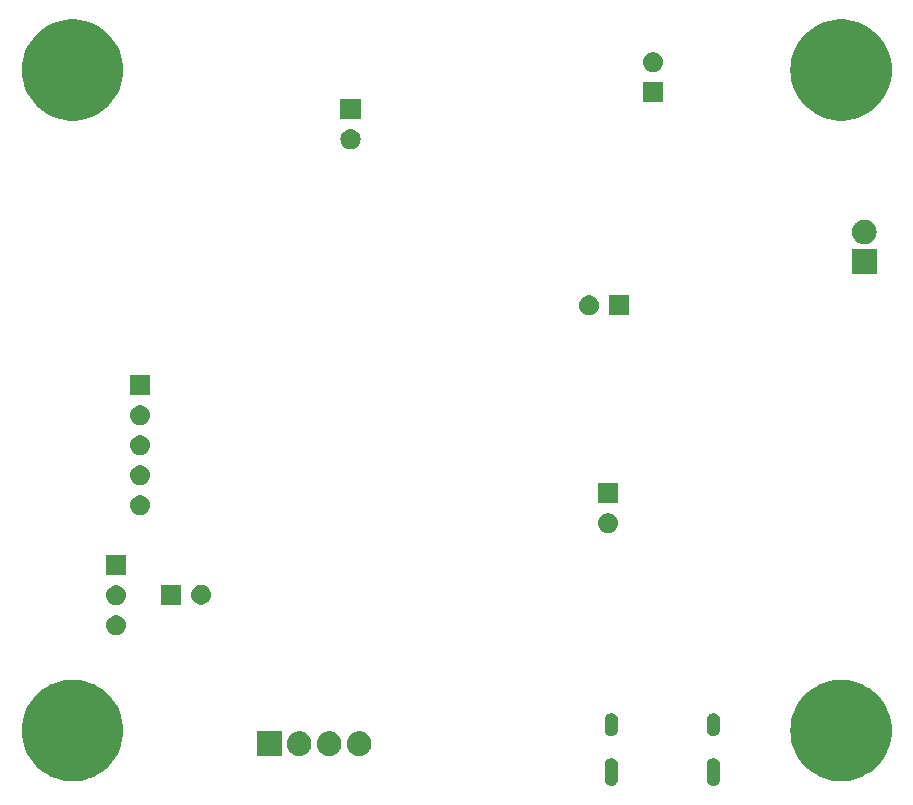
<source format=gbr>
%TF.GenerationSoftware,KiCad,Pcbnew,7.0.7*%
%TF.CreationDate,2024-10-25T12:06:38-05:00*%
%TF.ProjectId,TrackingTurrentBoard,54726163-6b69-46e6-9754-757272656e74,rev?*%
%TF.SameCoordinates,Original*%
%TF.FileFunction,Soldermask,Bot*%
%TF.FilePolarity,Negative*%
%FSLAX46Y46*%
G04 Gerber Fmt 4.6, Leading zero omitted, Abs format (unit mm)*
G04 Created by KiCad (PCBNEW 7.0.7) date 2024-10-25 12:06:38*
%MOMM*%
%LPD*%
G01*
G04 APERTURE LIST*
G04 APERTURE END LIST*
G36*
X162324601Y-119451380D02*
G01*
X162341156Y-119450339D01*
X162395647Y-119460734D01*
X162454132Y-119468434D01*
X162469603Y-119474842D01*
X162482931Y-119477385D01*
X162535779Y-119502253D01*
X162593100Y-119525996D01*
X162603983Y-119534347D01*
X162613525Y-119538837D01*
X162660758Y-119577912D01*
X162712435Y-119617565D01*
X162718944Y-119626047D01*
X162724738Y-119630841D01*
X162762431Y-119682722D01*
X162804004Y-119736900D01*
X162806934Y-119743974D01*
X162809572Y-119747605D01*
X162834126Y-119809621D01*
X162861566Y-119875868D01*
X162862169Y-119880451D01*
X162862707Y-119881809D01*
X162871227Y-119949253D01*
X162881200Y-120025000D01*
X162881200Y-121225000D01*
X162881007Y-121226465D01*
X162876657Y-121295603D01*
X162866903Y-121333589D01*
X162861566Y-121374132D01*
X162848223Y-121406344D01*
X162840362Y-121436962D01*
X162820808Y-121472528D01*
X162804004Y-121513100D01*
X162784610Y-121538374D01*
X162770827Y-121563446D01*
X162740999Y-121595208D01*
X162712435Y-121632435D01*
X162689555Y-121649990D01*
X162672027Y-121668657D01*
X162632723Y-121693599D01*
X162593100Y-121724004D01*
X162569242Y-121733885D01*
X162550162Y-121745995D01*
X162503063Y-121761298D01*
X162454132Y-121781566D01*
X162431524Y-121784542D01*
X162412893Y-121790596D01*
X162360506Y-121793892D01*
X162305000Y-121801200D01*
X162285392Y-121798618D01*
X162268843Y-121799660D01*
X162214365Y-121789267D01*
X162155868Y-121781566D01*
X162140392Y-121775155D01*
X162127068Y-121772614D01*
X162074230Y-121747750D01*
X162016900Y-121724004D01*
X162006014Y-121715651D01*
X161996474Y-121711162D01*
X161949244Y-121672089D01*
X161897565Y-121632435D01*
X161891055Y-121623951D01*
X161885261Y-121619158D01*
X161847563Y-121567271D01*
X161805996Y-121513100D01*
X161803065Y-121506026D01*
X161800427Y-121502394D01*
X161775860Y-121440345D01*
X161748434Y-121374132D01*
X161747830Y-121369551D01*
X161747292Y-121368190D01*
X161738765Y-121300690D01*
X161728800Y-121225000D01*
X161728800Y-120025000D01*
X161728992Y-120023536D01*
X161733342Y-119954396D01*
X161743097Y-119916400D01*
X161748434Y-119875868D01*
X161761773Y-119843663D01*
X161769637Y-119813037D01*
X161789195Y-119777459D01*
X161805996Y-119736900D01*
X161825384Y-119711632D01*
X161839172Y-119686553D01*
X161869008Y-119654780D01*
X161897565Y-119617565D01*
X161920437Y-119600014D01*
X161937972Y-119581342D01*
X161977288Y-119556390D01*
X162016900Y-119525996D01*
X162040749Y-119516117D01*
X162059837Y-119504004D01*
X162106951Y-119488695D01*
X162155868Y-119468434D01*
X162178469Y-119465458D01*
X162197106Y-119459403D01*
X162249509Y-119456105D01*
X162305000Y-119448800D01*
X162324601Y-119451380D01*
G37*
G36*
X170964601Y-119451380D02*
G01*
X170981156Y-119450339D01*
X171035647Y-119460734D01*
X171094132Y-119468434D01*
X171109603Y-119474842D01*
X171122931Y-119477385D01*
X171175779Y-119502253D01*
X171233100Y-119525996D01*
X171243983Y-119534347D01*
X171253525Y-119538837D01*
X171300758Y-119577912D01*
X171352435Y-119617565D01*
X171358944Y-119626047D01*
X171364738Y-119630841D01*
X171402431Y-119682722D01*
X171444004Y-119736900D01*
X171446934Y-119743974D01*
X171449572Y-119747605D01*
X171474126Y-119809621D01*
X171501566Y-119875868D01*
X171502169Y-119880451D01*
X171502707Y-119881809D01*
X171511227Y-119949253D01*
X171521200Y-120025000D01*
X171521200Y-121225000D01*
X171521007Y-121226465D01*
X171516657Y-121295603D01*
X171506903Y-121333589D01*
X171501566Y-121374132D01*
X171488223Y-121406344D01*
X171480362Y-121436962D01*
X171460808Y-121472528D01*
X171444004Y-121513100D01*
X171424610Y-121538374D01*
X171410827Y-121563446D01*
X171380999Y-121595208D01*
X171352435Y-121632435D01*
X171329555Y-121649990D01*
X171312027Y-121668657D01*
X171272723Y-121693599D01*
X171233100Y-121724004D01*
X171209242Y-121733885D01*
X171190162Y-121745995D01*
X171143063Y-121761298D01*
X171094132Y-121781566D01*
X171071524Y-121784542D01*
X171052893Y-121790596D01*
X171000506Y-121793892D01*
X170945000Y-121801200D01*
X170925392Y-121798618D01*
X170908843Y-121799660D01*
X170854365Y-121789267D01*
X170795868Y-121781566D01*
X170780392Y-121775155D01*
X170767068Y-121772614D01*
X170714230Y-121747750D01*
X170656900Y-121724004D01*
X170646014Y-121715651D01*
X170636474Y-121711162D01*
X170589244Y-121672089D01*
X170537565Y-121632435D01*
X170531055Y-121623951D01*
X170525261Y-121619158D01*
X170487563Y-121567271D01*
X170445996Y-121513100D01*
X170443065Y-121506026D01*
X170440427Y-121502394D01*
X170415860Y-121440345D01*
X170388434Y-121374132D01*
X170387830Y-121369551D01*
X170387292Y-121368190D01*
X170378765Y-121300690D01*
X170368800Y-121225000D01*
X170368800Y-120025000D01*
X170368992Y-120023536D01*
X170373342Y-119954396D01*
X170383097Y-119916400D01*
X170388434Y-119875868D01*
X170401773Y-119843663D01*
X170409637Y-119813037D01*
X170429195Y-119777459D01*
X170445996Y-119736900D01*
X170465384Y-119711632D01*
X170479172Y-119686553D01*
X170509008Y-119654780D01*
X170537565Y-119617565D01*
X170560437Y-119600014D01*
X170577972Y-119581342D01*
X170617288Y-119556390D01*
X170656900Y-119525996D01*
X170680749Y-119516117D01*
X170699837Y-119504004D01*
X170746951Y-119488695D01*
X170795868Y-119468434D01*
X170818469Y-119465458D01*
X170837106Y-119459403D01*
X170889509Y-119456105D01*
X170945000Y-119448800D01*
X170964601Y-119451380D01*
G37*
G36*
X117302094Y-112860628D02*
G01*
X117703903Y-112938070D01*
X118096532Y-113053356D01*
X118476425Y-113205442D01*
X118840140Y-113392951D01*
X119184385Y-113614183D01*
X119506041Y-113867137D01*
X119802196Y-114149520D01*
X120070168Y-114458776D01*
X120307530Y-114792104D01*
X120512132Y-115146486D01*
X120682122Y-115518711D01*
X120815960Y-115905410D01*
X120912433Y-116303080D01*
X120970669Y-116708119D01*
X120990140Y-117116860D01*
X120970669Y-117525601D01*
X120912433Y-117930640D01*
X120815960Y-118328310D01*
X120682122Y-118715009D01*
X120512132Y-119087234D01*
X120307530Y-119441616D01*
X120070168Y-119774944D01*
X119802196Y-120084200D01*
X119506041Y-120366583D01*
X119184385Y-120619537D01*
X118840140Y-120840769D01*
X118476425Y-121028278D01*
X118096532Y-121180364D01*
X117703903Y-121295650D01*
X117302094Y-121373092D01*
X116894742Y-121411990D01*
X116485538Y-121411990D01*
X116078186Y-121373092D01*
X115676377Y-121295650D01*
X115283748Y-121180364D01*
X114903855Y-121028278D01*
X114540140Y-120840769D01*
X114195895Y-120619537D01*
X113874239Y-120366583D01*
X113578084Y-120084200D01*
X113310112Y-119774944D01*
X113072750Y-119441616D01*
X112868148Y-119087234D01*
X112698158Y-118715009D01*
X112564320Y-118328310D01*
X112467847Y-117930640D01*
X112409611Y-117525601D01*
X112390140Y-117116860D01*
X112409611Y-116708119D01*
X112467847Y-116303080D01*
X112564320Y-115905410D01*
X112698158Y-115518711D01*
X112868148Y-115146486D01*
X113072750Y-114792104D01*
X113310112Y-114458776D01*
X113578084Y-114149520D01*
X113874239Y-113867137D01*
X114195895Y-113614183D01*
X114540140Y-113392951D01*
X114903855Y-113205442D01*
X115283748Y-113053356D01*
X115676377Y-112938070D01*
X116078186Y-112860628D01*
X116485538Y-112821730D01*
X116894742Y-112821730D01*
X117302094Y-112860628D01*
G37*
G36*
X182371814Y-112860628D02*
G01*
X182773623Y-112938070D01*
X183166252Y-113053356D01*
X183546145Y-113205442D01*
X183909860Y-113392951D01*
X184254105Y-113614183D01*
X184575761Y-113867137D01*
X184871916Y-114149520D01*
X185139888Y-114458776D01*
X185377250Y-114792104D01*
X185581852Y-115146486D01*
X185751842Y-115518711D01*
X185885680Y-115905410D01*
X185982153Y-116303080D01*
X186040389Y-116708119D01*
X186059860Y-117116860D01*
X186040389Y-117525601D01*
X185982153Y-117930640D01*
X185885680Y-118328310D01*
X185751842Y-118715009D01*
X185581852Y-119087234D01*
X185377250Y-119441616D01*
X185139888Y-119774944D01*
X184871916Y-120084200D01*
X184575761Y-120366583D01*
X184254105Y-120619537D01*
X183909860Y-120840769D01*
X183546145Y-121028278D01*
X183166252Y-121180364D01*
X182773623Y-121295650D01*
X182371814Y-121373092D01*
X181964462Y-121411990D01*
X181555258Y-121411990D01*
X181147906Y-121373092D01*
X180746097Y-121295650D01*
X180353468Y-121180364D01*
X179973575Y-121028278D01*
X179609860Y-120840769D01*
X179265615Y-120619537D01*
X178943959Y-120366583D01*
X178647804Y-120084200D01*
X178379832Y-119774944D01*
X178142470Y-119441616D01*
X177937868Y-119087234D01*
X177767878Y-118715009D01*
X177634040Y-118328310D01*
X177537567Y-117930640D01*
X177479331Y-117525601D01*
X177459860Y-117116860D01*
X177479331Y-116708119D01*
X177537567Y-116303080D01*
X177634040Y-115905410D01*
X177767878Y-115518711D01*
X177937868Y-115146486D01*
X178142470Y-114792104D01*
X178379832Y-114458776D01*
X178647804Y-114149520D01*
X178943959Y-113867137D01*
X179265615Y-113614183D01*
X179609860Y-113392951D01*
X179973575Y-113205442D01*
X180353468Y-113053356D01*
X180746097Y-112938070D01*
X181147906Y-112860628D01*
X181555258Y-112821730D01*
X181964462Y-112821730D01*
X182371814Y-112860628D01*
G37*
G36*
X134385000Y-119275000D02*
G01*
X132285000Y-119275000D01*
X132285000Y-117175000D01*
X134385000Y-117175000D01*
X134385000Y-119275000D01*
G37*
G36*
X135922680Y-117179696D02*
G01*
X135971862Y-117179696D01*
X136026632Y-117189934D01*
X136079845Y-117195175D01*
X136120268Y-117207437D01*
X136162283Y-117215291D01*
X136220474Y-117237834D01*
X136276818Y-117254926D01*
X136309009Y-117272132D01*
X136342931Y-117285274D01*
X136401876Y-117321771D01*
X136458349Y-117351957D01*
X136482075Y-117371428D01*
X136507634Y-117387254D01*
X136564263Y-117438879D01*
X136617462Y-117482538D01*
X136633228Y-117501748D01*
X136650800Y-117517768D01*
X136701810Y-117585317D01*
X136748043Y-117641651D01*
X136756983Y-117658377D01*
X136767542Y-117672359D01*
X136809541Y-117756706D01*
X136845074Y-117823182D01*
X136848864Y-117835676D01*
X136853891Y-117845772D01*
X136883590Y-117950154D01*
X136904825Y-118020155D01*
X136905522Y-118027236D01*
X136906908Y-118032106D01*
X136921316Y-118187599D01*
X136925000Y-118225000D01*
X136921313Y-118262429D01*
X136906908Y-118417893D01*
X136905522Y-118422762D01*
X136904825Y-118429845D01*
X136883585Y-118499861D01*
X136853891Y-118604227D01*
X136848865Y-118614320D01*
X136845074Y-118626818D01*
X136809534Y-118693307D01*
X136767542Y-118777640D01*
X136756985Y-118791619D01*
X136748043Y-118808349D01*
X136701801Y-118864694D01*
X136650800Y-118932231D01*
X136633231Y-118948247D01*
X136617462Y-118967462D01*
X136564252Y-119011129D01*
X136507634Y-119062745D01*
X136482080Y-119078567D01*
X136458349Y-119098043D01*
X136401865Y-119128234D01*
X136342931Y-119164725D01*
X136309016Y-119177863D01*
X136276818Y-119195074D01*
X136220463Y-119212169D01*
X136162283Y-119234708D01*
X136120275Y-119242560D01*
X136079845Y-119254825D01*
X136026629Y-119260066D01*
X135971862Y-119270304D01*
X135922680Y-119270304D01*
X135875000Y-119275000D01*
X135827320Y-119270304D01*
X135778138Y-119270304D01*
X135723369Y-119260066D01*
X135670155Y-119254825D01*
X135629726Y-119242561D01*
X135587716Y-119234708D01*
X135529532Y-119212167D01*
X135473182Y-119195074D01*
X135440986Y-119177864D01*
X135407068Y-119164725D01*
X135348127Y-119128230D01*
X135291651Y-119098043D01*
X135267922Y-119078569D01*
X135242365Y-119062745D01*
X135185737Y-119011121D01*
X135132538Y-118967462D01*
X135116771Y-118948250D01*
X135099199Y-118932231D01*
X135048186Y-118864679D01*
X135001957Y-118808349D01*
X134993017Y-118791623D01*
X134982457Y-118777640D01*
X134940450Y-118693279D01*
X134904926Y-118626818D01*
X134901136Y-118614325D01*
X134896108Y-118604227D01*
X134866397Y-118499807D01*
X134845175Y-118429845D01*
X134844477Y-118422767D01*
X134843091Y-118417893D01*
X134828669Y-118262257D01*
X134825000Y-118225000D01*
X134828666Y-118187771D01*
X134843091Y-118032106D01*
X134844478Y-118027230D01*
X134845175Y-118020155D01*
X134866393Y-117950207D01*
X134896108Y-117845772D01*
X134901137Y-117835671D01*
X134904926Y-117823182D01*
X134940443Y-117756733D01*
X134982457Y-117672359D01*
X134993019Y-117658372D01*
X135001957Y-117641651D01*
X135048176Y-117585332D01*
X135099199Y-117517768D01*
X135116774Y-117501745D01*
X135132538Y-117482538D01*
X135185726Y-117438887D01*
X135242365Y-117387254D01*
X135267927Y-117371426D01*
X135291651Y-117351957D01*
X135348115Y-117321775D01*
X135407068Y-117285274D01*
X135440993Y-117272131D01*
X135473182Y-117254926D01*
X135529520Y-117237835D01*
X135587716Y-117215291D01*
X135629732Y-117207436D01*
X135670155Y-117195175D01*
X135723366Y-117189934D01*
X135778138Y-117179696D01*
X135827320Y-117179696D01*
X135875000Y-117175000D01*
X135922680Y-117179696D01*
G37*
G36*
X138462680Y-117179696D02*
G01*
X138511862Y-117179696D01*
X138566632Y-117189934D01*
X138619845Y-117195175D01*
X138660268Y-117207437D01*
X138702283Y-117215291D01*
X138760474Y-117237834D01*
X138816818Y-117254926D01*
X138849009Y-117272132D01*
X138882931Y-117285274D01*
X138941876Y-117321771D01*
X138998349Y-117351957D01*
X139022075Y-117371428D01*
X139047634Y-117387254D01*
X139104263Y-117438879D01*
X139157462Y-117482538D01*
X139173228Y-117501748D01*
X139190800Y-117517768D01*
X139241810Y-117585317D01*
X139288043Y-117641651D01*
X139296983Y-117658377D01*
X139307542Y-117672359D01*
X139349541Y-117756706D01*
X139385074Y-117823182D01*
X139388864Y-117835676D01*
X139393891Y-117845772D01*
X139423590Y-117950154D01*
X139444825Y-118020155D01*
X139445522Y-118027236D01*
X139446908Y-118032106D01*
X139461315Y-118187586D01*
X139465000Y-118225000D01*
X139461314Y-118262416D01*
X139446908Y-118417893D01*
X139445522Y-118422762D01*
X139444825Y-118429845D01*
X139423585Y-118499861D01*
X139393891Y-118604227D01*
X139388865Y-118614320D01*
X139385074Y-118626818D01*
X139349534Y-118693307D01*
X139307542Y-118777640D01*
X139296985Y-118791619D01*
X139288043Y-118808349D01*
X139241801Y-118864694D01*
X139190800Y-118932231D01*
X139173231Y-118948247D01*
X139157462Y-118967462D01*
X139104252Y-119011129D01*
X139047634Y-119062745D01*
X139022080Y-119078567D01*
X138998349Y-119098043D01*
X138941865Y-119128234D01*
X138882931Y-119164725D01*
X138849016Y-119177863D01*
X138816818Y-119195074D01*
X138760463Y-119212169D01*
X138702283Y-119234708D01*
X138660275Y-119242560D01*
X138619845Y-119254825D01*
X138566629Y-119260066D01*
X138511862Y-119270304D01*
X138462680Y-119270304D01*
X138415000Y-119275000D01*
X138367320Y-119270304D01*
X138318138Y-119270304D01*
X138263369Y-119260066D01*
X138210155Y-119254825D01*
X138169726Y-119242561D01*
X138127716Y-119234708D01*
X138069532Y-119212167D01*
X138013182Y-119195074D01*
X137980986Y-119177864D01*
X137947068Y-119164725D01*
X137888127Y-119128230D01*
X137831651Y-119098043D01*
X137807922Y-119078569D01*
X137782365Y-119062745D01*
X137725737Y-119011121D01*
X137672538Y-118967462D01*
X137656771Y-118948250D01*
X137639199Y-118932231D01*
X137588186Y-118864679D01*
X137541957Y-118808349D01*
X137533017Y-118791623D01*
X137522457Y-118777640D01*
X137480450Y-118693279D01*
X137444926Y-118626818D01*
X137441136Y-118614325D01*
X137436108Y-118604227D01*
X137406397Y-118499807D01*
X137385175Y-118429845D01*
X137384477Y-118422767D01*
X137383091Y-118417893D01*
X137368669Y-118262257D01*
X137365000Y-118225000D01*
X137368666Y-118187771D01*
X137383091Y-118032106D01*
X137384478Y-118027230D01*
X137385175Y-118020155D01*
X137406393Y-117950207D01*
X137436108Y-117845772D01*
X137441137Y-117835671D01*
X137444926Y-117823182D01*
X137480443Y-117756733D01*
X137522457Y-117672359D01*
X137533019Y-117658372D01*
X137541957Y-117641651D01*
X137588176Y-117585332D01*
X137639199Y-117517768D01*
X137656774Y-117501745D01*
X137672538Y-117482538D01*
X137725726Y-117438887D01*
X137782365Y-117387254D01*
X137807927Y-117371426D01*
X137831651Y-117351957D01*
X137888115Y-117321775D01*
X137947068Y-117285274D01*
X137980993Y-117272131D01*
X138013182Y-117254926D01*
X138069520Y-117237835D01*
X138127716Y-117215291D01*
X138169732Y-117207436D01*
X138210155Y-117195175D01*
X138263366Y-117189934D01*
X138318138Y-117179696D01*
X138367320Y-117179696D01*
X138415000Y-117175000D01*
X138462680Y-117179696D01*
G37*
G36*
X141002680Y-117179696D02*
G01*
X141051862Y-117179696D01*
X141106632Y-117189934D01*
X141159845Y-117195175D01*
X141200268Y-117207437D01*
X141242283Y-117215291D01*
X141300474Y-117237834D01*
X141356818Y-117254926D01*
X141389009Y-117272132D01*
X141422931Y-117285274D01*
X141481876Y-117321771D01*
X141538349Y-117351957D01*
X141562075Y-117371428D01*
X141587634Y-117387254D01*
X141644263Y-117438879D01*
X141697462Y-117482538D01*
X141713228Y-117501748D01*
X141730800Y-117517768D01*
X141781810Y-117585317D01*
X141828043Y-117641651D01*
X141836983Y-117658377D01*
X141847542Y-117672359D01*
X141889541Y-117756706D01*
X141925074Y-117823182D01*
X141928864Y-117835676D01*
X141933891Y-117845772D01*
X141963590Y-117950154D01*
X141984825Y-118020155D01*
X141985522Y-118027236D01*
X141986908Y-118032106D01*
X142001316Y-118187599D01*
X142005000Y-118225000D01*
X142001313Y-118262429D01*
X141986908Y-118417893D01*
X141985522Y-118422762D01*
X141984825Y-118429845D01*
X141963585Y-118499861D01*
X141933891Y-118604227D01*
X141928865Y-118614320D01*
X141925074Y-118626818D01*
X141889534Y-118693307D01*
X141847542Y-118777640D01*
X141836985Y-118791619D01*
X141828043Y-118808349D01*
X141781801Y-118864694D01*
X141730800Y-118932231D01*
X141713231Y-118948247D01*
X141697462Y-118967462D01*
X141644252Y-119011129D01*
X141587634Y-119062745D01*
X141562080Y-119078567D01*
X141538349Y-119098043D01*
X141481865Y-119128234D01*
X141422931Y-119164725D01*
X141389016Y-119177863D01*
X141356818Y-119195074D01*
X141300463Y-119212169D01*
X141242283Y-119234708D01*
X141200275Y-119242560D01*
X141159845Y-119254825D01*
X141106629Y-119260066D01*
X141051862Y-119270304D01*
X141002680Y-119270304D01*
X140955000Y-119275000D01*
X140907320Y-119270304D01*
X140858138Y-119270304D01*
X140803369Y-119260066D01*
X140750155Y-119254825D01*
X140709726Y-119242561D01*
X140667716Y-119234708D01*
X140609532Y-119212167D01*
X140553182Y-119195074D01*
X140520986Y-119177864D01*
X140487068Y-119164725D01*
X140428127Y-119128230D01*
X140371651Y-119098043D01*
X140347922Y-119078569D01*
X140322365Y-119062745D01*
X140265737Y-119011121D01*
X140212538Y-118967462D01*
X140196771Y-118948250D01*
X140179199Y-118932231D01*
X140128186Y-118864679D01*
X140081957Y-118808349D01*
X140073017Y-118791623D01*
X140062457Y-118777640D01*
X140020450Y-118693279D01*
X139984926Y-118626818D01*
X139981136Y-118614325D01*
X139976108Y-118604227D01*
X139946397Y-118499807D01*
X139925175Y-118429845D01*
X139924477Y-118422767D01*
X139923091Y-118417893D01*
X139908668Y-118262244D01*
X139905000Y-118225000D01*
X139908667Y-118187758D01*
X139923091Y-118032106D01*
X139924478Y-118027230D01*
X139925175Y-118020155D01*
X139946393Y-117950207D01*
X139976108Y-117845772D01*
X139981137Y-117835671D01*
X139984926Y-117823182D01*
X140020443Y-117756733D01*
X140062457Y-117672359D01*
X140073019Y-117658372D01*
X140081957Y-117641651D01*
X140128176Y-117585332D01*
X140179199Y-117517768D01*
X140196774Y-117501745D01*
X140212538Y-117482538D01*
X140265726Y-117438887D01*
X140322365Y-117387254D01*
X140347927Y-117371426D01*
X140371651Y-117351957D01*
X140428115Y-117321775D01*
X140487068Y-117285274D01*
X140520993Y-117272131D01*
X140553182Y-117254926D01*
X140609520Y-117237835D01*
X140667716Y-117215291D01*
X140709732Y-117207436D01*
X140750155Y-117195175D01*
X140803366Y-117189934D01*
X140858138Y-117179696D01*
X140907320Y-117179696D01*
X140955000Y-117175000D01*
X141002680Y-117179696D01*
G37*
G36*
X162324601Y-115651380D02*
G01*
X162341156Y-115650339D01*
X162395647Y-115660734D01*
X162454132Y-115668434D01*
X162469603Y-115674842D01*
X162482931Y-115677385D01*
X162535779Y-115702253D01*
X162593100Y-115725996D01*
X162603983Y-115734347D01*
X162613525Y-115738837D01*
X162660758Y-115777912D01*
X162712435Y-115817565D01*
X162718944Y-115826047D01*
X162724738Y-115830841D01*
X162762431Y-115882722D01*
X162804004Y-115936900D01*
X162806934Y-115943974D01*
X162809572Y-115947605D01*
X162834126Y-116009621D01*
X162861566Y-116075868D01*
X162862169Y-116080451D01*
X162862707Y-116081809D01*
X162871227Y-116149253D01*
X162881200Y-116225000D01*
X162881200Y-117025000D01*
X162881007Y-117026465D01*
X162876657Y-117095603D01*
X162866903Y-117133589D01*
X162861566Y-117174132D01*
X162848223Y-117206344D01*
X162840362Y-117236962D01*
X162820808Y-117272528D01*
X162804004Y-117313100D01*
X162784610Y-117338374D01*
X162770827Y-117363446D01*
X162740999Y-117395208D01*
X162712435Y-117432435D01*
X162689555Y-117449990D01*
X162672027Y-117468657D01*
X162632723Y-117493599D01*
X162593100Y-117524004D01*
X162569242Y-117533885D01*
X162550162Y-117545995D01*
X162503063Y-117561298D01*
X162454132Y-117581566D01*
X162431524Y-117584542D01*
X162412893Y-117590596D01*
X162360506Y-117593892D01*
X162305000Y-117601200D01*
X162285392Y-117598618D01*
X162268843Y-117599660D01*
X162214365Y-117589267D01*
X162155868Y-117581566D01*
X162140392Y-117575155D01*
X162127068Y-117572614D01*
X162074230Y-117547750D01*
X162016900Y-117524004D01*
X162006014Y-117515651D01*
X161996474Y-117511162D01*
X161949244Y-117472089D01*
X161897565Y-117432435D01*
X161891055Y-117423951D01*
X161885261Y-117419158D01*
X161847563Y-117367271D01*
X161805996Y-117313100D01*
X161803065Y-117306026D01*
X161800427Y-117302394D01*
X161775860Y-117240345D01*
X161748434Y-117174132D01*
X161747830Y-117169551D01*
X161747292Y-117168190D01*
X161738765Y-117100690D01*
X161728800Y-117025000D01*
X161728800Y-116225000D01*
X161728992Y-116223536D01*
X161733342Y-116154396D01*
X161743097Y-116116400D01*
X161748434Y-116075868D01*
X161761773Y-116043663D01*
X161769637Y-116013037D01*
X161789195Y-115977459D01*
X161805996Y-115936900D01*
X161825384Y-115911632D01*
X161839172Y-115886553D01*
X161869008Y-115854780D01*
X161897565Y-115817565D01*
X161920437Y-115800014D01*
X161937972Y-115781342D01*
X161977288Y-115756390D01*
X162016900Y-115725996D01*
X162040749Y-115716117D01*
X162059837Y-115704004D01*
X162106951Y-115688695D01*
X162155868Y-115668434D01*
X162178469Y-115665458D01*
X162197106Y-115659403D01*
X162249509Y-115656105D01*
X162305000Y-115648800D01*
X162324601Y-115651380D01*
G37*
G36*
X170964601Y-115651380D02*
G01*
X170981156Y-115650339D01*
X171035647Y-115660734D01*
X171094132Y-115668434D01*
X171109603Y-115674842D01*
X171122931Y-115677385D01*
X171175779Y-115702253D01*
X171233100Y-115725996D01*
X171243983Y-115734347D01*
X171253525Y-115738837D01*
X171300758Y-115777912D01*
X171352435Y-115817565D01*
X171358944Y-115826047D01*
X171364738Y-115830841D01*
X171402431Y-115882722D01*
X171444004Y-115936900D01*
X171446934Y-115943974D01*
X171449572Y-115947605D01*
X171474126Y-116009621D01*
X171501566Y-116075868D01*
X171502169Y-116080451D01*
X171502707Y-116081809D01*
X171511227Y-116149253D01*
X171521200Y-116225000D01*
X171521200Y-117025000D01*
X171521007Y-117026465D01*
X171516657Y-117095603D01*
X171506903Y-117133589D01*
X171501566Y-117174132D01*
X171488223Y-117206344D01*
X171480362Y-117236962D01*
X171460808Y-117272528D01*
X171444004Y-117313100D01*
X171424610Y-117338374D01*
X171410827Y-117363446D01*
X171380999Y-117395208D01*
X171352435Y-117432435D01*
X171329555Y-117449990D01*
X171312027Y-117468657D01*
X171272723Y-117493599D01*
X171233100Y-117524004D01*
X171209242Y-117533885D01*
X171190162Y-117545995D01*
X171143063Y-117561298D01*
X171094132Y-117581566D01*
X171071524Y-117584542D01*
X171052893Y-117590596D01*
X171000506Y-117593892D01*
X170945000Y-117601200D01*
X170925392Y-117598618D01*
X170908843Y-117599660D01*
X170854365Y-117589267D01*
X170795868Y-117581566D01*
X170780392Y-117575155D01*
X170767068Y-117572614D01*
X170714230Y-117547750D01*
X170656900Y-117524004D01*
X170646014Y-117515651D01*
X170636474Y-117511162D01*
X170589244Y-117472089D01*
X170537565Y-117432435D01*
X170531055Y-117423951D01*
X170525261Y-117419158D01*
X170487563Y-117367271D01*
X170445996Y-117313100D01*
X170443065Y-117306026D01*
X170440427Y-117302394D01*
X170415860Y-117240345D01*
X170388434Y-117174132D01*
X170387830Y-117169551D01*
X170387292Y-117168190D01*
X170378765Y-117100690D01*
X170368800Y-117025000D01*
X170368800Y-116225000D01*
X170368992Y-116223536D01*
X170373342Y-116154396D01*
X170383097Y-116116400D01*
X170388434Y-116075868D01*
X170401773Y-116043663D01*
X170409637Y-116013037D01*
X170429195Y-115977459D01*
X170445996Y-115936900D01*
X170465384Y-115911632D01*
X170479172Y-115886553D01*
X170509008Y-115854780D01*
X170537565Y-115817565D01*
X170560437Y-115800014D01*
X170577972Y-115781342D01*
X170617288Y-115756390D01*
X170656900Y-115725996D01*
X170680749Y-115716117D01*
X170699837Y-115704004D01*
X170746951Y-115688695D01*
X170795868Y-115668434D01*
X170818469Y-115665458D01*
X170837106Y-115659403D01*
X170889509Y-115656105D01*
X170945000Y-115648800D01*
X170964601Y-115651380D01*
G37*
G36*
X120658664Y-107395602D02*
G01*
X120821000Y-107467878D01*
X120964761Y-107572327D01*
X121083664Y-107704383D01*
X121172514Y-107858274D01*
X121227425Y-108027275D01*
X121246000Y-108204000D01*
X121227425Y-108380725D01*
X121172514Y-108549726D01*
X121083664Y-108703617D01*
X120964761Y-108835673D01*
X120821000Y-108940122D01*
X120658664Y-109012398D01*
X120484849Y-109049344D01*
X120307151Y-109049344D01*
X120133336Y-109012398D01*
X119971000Y-108940122D01*
X119827239Y-108835673D01*
X119708336Y-108703617D01*
X119619486Y-108549726D01*
X119564575Y-108380725D01*
X119546000Y-108204000D01*
X119564575Y-108027275D01*
X119619486Y-107858274D01*
X119708336Y-107704383D01*
X119827239Y-107572327D01*
X119971000Y-107467878D01*
X120133336Y-107395602D01*
X120307151Y-107358656D01*
X120484849Y-107358656D01*
X120658664Y-107395602D01*
G37*
G36*
X120658664Y-104855602D02*
G01*
X120821000Y-104927878D01*
X120964761Y-105032327D01*
X121083664Y-105164383D01*
X121172514Y-105318274D01*
X121227425Y-105487275D01*
X121246000Y-105664000D01*
X121227425Y-105840725D01*
X121172514Y-106009726D01*
X121083664Y-106163617D01*
X120964761Y-106295673D01*
X120821000Y-106400122D01*
X120658664Y-106472398D01*
X120484849Y-106509344D01*
X120307151Y-106509344D01*
X120133336Y-106472398D01*
X119971000Y-106400122D01*
X119827239Y-106295673D01*
X119708336Y-106163617D01*
X119619486Y-106009726D01*
X119564575Y-105840725D01*
X119546000Y-105664000D01*
X119564575Y-105487275D01*
X119619486Y-105318274D01*
X119708336Y-105164383D01*
X119827239Y-105032327D01*
X119971000Y-104927878D01*
X120133336Y-104855602D01*
X120307151Y-104818656D01*
X120484849Y-104818656D01*
X120658664Y-104855602D01*
G37*
G36*
X125900000Y-106475000D02*
G01*
X124200000Y-106475000D01*
X124200000Y-104775000D01*
X125900000Y-104775000D01*
X125900000Y-106475000D01*
G37*
G36*
X127852664Y-104816602D02*
G01*
X128015000Y-104888878D01*
X128158761Y-104993327D01*
X128277664Y-105125383D01*
X128366514Y-105279274D01*
X128421425Y-105448275D01*
X128440000Y-105625000D01*
X128421425Y-105801725D01*
X128366514Y-105970726D01*
X128277664Y-106124617D01*
X128158761Y-106256673D01*
X128015000Y-106361122D01*
X127852664Y-106433398D01*
X127678849Y-106470344D01*
X127501151Y-106470344D01*
X127327336Y-106433398D01*
X127165000Y-106361122D01*
X127021239Y-106256673D01*
X126902336Y-106124617D01*
X126813486Y-105970726D01*
X126758575Y-105801725D01*
X126740000Y-105625000D01*
X126758575Y-105448275D01*
X126813486Y-105279274D01*
X126902336Y-105125383D01*
X127021239Y-104993327D01*
X127165000Y-104888878D01*
X127327336Y-104816602D01*
X127501151Y-104779656D01*
X127678849Y-104779656D01*
X127852664Y-104816602D01*
G37*
G36*
X121246000Y-103974000D02*
G01*
X119546000Y-103974000D01*
X119546000Y-102274000D01*
X121246000Y-102274000D01*
X121246000Y-103974000D01*
G37*
G36*
X162314464Y-98744802D02*
G01*
X162476800Y-98817078D01*
X162620561Y-98921527D01*
X162739464Y-99053583D01*
X162828314Y-99207474D01*
X162883225Y-99376475D01*
X162901800Y-99553200D01*
X162883225Y-99729925D01*
X162828314Y-99898926D01*
X162739464Y-100052817D01*
X162620561Y-100184873D01*
X162476800Y-100289322D01*
X162314464Y-100361598D01*
X162140649Y-100398544D01*
X161962951Y-100398544D01*
X161789136Y-100361598D01*
X161626800Y-100289322D01*
X161483039Y-100184873D01*
X161364136Y-100052817D01*
X161275286Y-99898926D01*
X161220375Y-99729925D01*
X161201800Y-99553200D01*
X161220375Y-99376475D01*
X161275286Y-99207474D01*
X161364136Y-99053583D01*
X161483039Y-98921527D01*
X161626800Y-98817078D01*
X161789136Y-98744802D01*
X161962951Y-98707856D01*
X162140649Y-98707856D01*
X162314464Y-98744802D01*
G37*
G36*
X122690664Y-97235602D02*
G01*
X122853000Y-97307878D01*
X122996761Y-97412327D01*
X123115664Y-97544383D01*
X123204514Y-97698274D01*
X123259425Y-97867275D01*
X123278000Y-98044000D01*
X123259425Y-98220725D01*
X123204514Y-98389726D01*
X123115664Y-98543617D01*
X122996761Y-98675673D01*
X122853000Y-98780122D01*
X122690664Y-98852398D01*
X122516849Y-98889344D01*
X122339151Y-98889344D01*
X122165336Y-98852398D01*
X122003000Y-98780122D01*
X121859239Y-98675673D01*
X121740336Y-98543617D01*
X121651486Y-98389726D01*
X121596575Y-98220725D01*
X121578000Y-98044000D01*
X121596575Y-97867275D01*
X121651486Y-97698274D01*
X121740336Y-97544383D01*
X121859239Y-97412327D01*
X122003000Y-97307878D01*
X122165336Y-97235602D01*
X122339151Y-97198656D01*
X122516849Y-97198656D01*
X122690664Y-97235602D01*
G37*
G36*
X162901800Y-97863200D02*
G01*
X161201800Y-97863200D01*
X161201800Y-96163200D01*
X162901800Y-96163200D01*
X162901800Y-97863200D01*
G37*
G36*
X122690664Y-94695602D02*
G01*
X122853000Y-94767878D01*
X122996761Y-94872327D01*
X123115664Y-95004383D01*
X123204514Y-95158274D01*
X123259425Y-95327275D01*
X123278000Y-95504000D01*
X123259425Y-95680725D01*
X123204514Y-95849726D01*
X123115664Y-96003617D01*
X122996761Y-96135673D01*
X122853000Y-96240122D01*
X122690664Y-96312398D01*
X122516849Y-96349344D01*
X122339151Y-96349344D01*
X122165336Y-96312398D01*
X122003000Y-96240122D01*
X121859239Y-96135673D01*
X121740336Y-96003617D01*
X121651486Y-95849726D01*
X121596575Y-95680725D01*
X121578000Y-95504000D01*
X121596575Y-95327275D01*
X121651486Y-95158274D01*
X121740336Y-95004383D01*
X121859239Y-94872327D01*
X122003000Y-94767878D01*
X122165336Y-94695602D01*
X122339151Y-94658656D01*
X122516849Y-94658656D01*
X122690664Y-94695602D01*
G37*
G36*
X122690664Y-92155602D02*
G01*
X122853000Y-92227878D01*
X122996761Y-92332327D01*
X123115664Y-92464383D01*
X123204514Y-92618274D01*
X123259425Y-92787275D01*
X123278000Y-92964000D01*
X123259425Y-93140725D01*
X123204514Y-93309726D01*
X123115664Y-93463617D01*
X122996761Y-93595673D01*
X122853000Y-93700122D01*
X122690664Y-93772398D01*
X122516849Y-93809344D01*
X122339151Y-93809344D01*
X122165336Y-93772398D01*
X122003000Y-93700122D01*
X121859239Y-93595673D01*
X121740336Y-93463617D01*
X121651486Y-93309726D01*
X121596575Y-93140725D01*
X121578000Y-92964000D01*
X121596575Y-92787275D01*
X121651486Y-92618274D01*
X121740336Y-92464383D01*
X121859239Y-92332327D01*
X122003000Y-92227878D01*
X122165336Y-92155602D01*
X122339151Y-92118656D01*
X122516849Y-92118656D01*
X122690664Y-92155602D01*
G37*
G36*
X122690664Y-89615602D02*
G01*
X122853000Y-89687878D01*
X122996761Y-89792327D01*
X123115664Y-89924383D01*
X123204514Y-90078274D01*
X123259425Y-90247275D01*
X123278000Y-90424000D01*
X123259425Y-90600725D01*
X123204514Y-90769726D01*
X123115664Y-90923617D01*
X122996761Y-91055673D01*
X122853000Y-91160122D01*
X122690664Y-91232398D01*
X122516849Y-91269344D01*
X122339151Y-91269344D01*
X122165336Y-91232398D01*
X122003000Y-91160122D01*
X121859239Y-91055673D01*
X121740336Y-90923617D01*
X121651486Y-90769726D01*
X121596575Y-90600725D01*
X121578000Y-90424000D01*
X121596575Y-90247275D01*
X121651486Y-90078274D01*
X121740336Y-89924383D01*
X121859239Y-89792327D01*
X122003000Y-89687878D01*
X122165336Y-89615602D01*
X122339151Y-89578656D01*
X122516849Y-89578656D01*
X122690664Y-89615602D01*
G37*
G36*
X123278000Y-88734000D02*
G01*
X121578000Y-88734000D01*
X121578000Y-87034000D01*
X123278000Y-87034000D01*
X123278000Y-88734000D01*
G37*
G36*
X163821400Y-81977600D02*
G01*
X162121400Y-81977600D01*
X162121400Y-80277600D01*
X163821400Y-80277600D01*
X163821400Y-81977600D01*
G37*
G36*
X160694064Y-80319202D02*
G01*
X160856400Y-80391478D01*
X161000161Y-80495927D01*
X161119064Y-80627983D01*
X161207914Y-80781874D01*
X161262825Y-80950875D01*
X161281400Y-81127600D01*
X161262825Y-81304325D01*
X161207914Y-81473326D01*
X161119064Y-81627217D01*
X161000161Y-81759273D01*
X160856400Y-81863722D01*
X160694064Y-81935998D01*
X160520249Y-81972944D01*
X160342551Y-81972944D01*
X160168736Y-81935998D01*
X160006400Y-81863722D01*
X159862639Y-81759273D01*
X159743736Y-81627217D01*
X159654886Y-81473326D01*
X159599975Y-81304325D01*
X159581400Y-81127600D01*
X159599975Y-80950875D01*
X159654886Y-80781874D01*
X159743736Y-80627983D01*
X159862639Y-80495927D01*
X160006400Y-80391478D01*
X160168736Y-80319202D01*
X160342551Y-80282256D01*
X160520249Y-80282256D01*
X160694064Y-80319202D01*
G37*
G36*
X184775000Y-78490000D02*
G01*
X182675000Y-78490000D01*
X182675000Y-76390000D01*
X184775000Y-76390000D01*
X184775000Y-78490000D01*
G37*
G36*
X183772680Y-73854696D02*
G01*
X183821862Y-73854696D01*
X183876632Y-73864934D01*
X183929845Y-73870175D01*
X183970268Y-73882437D01*
X184012283Y-73890291D01*
X184070474Y-73912834D01*
X184126818Y-73929926D01*
X184159009Y-73947132D01*
X184192931Y-73960274D01*
X184251876Y-73996771D01*
X184308349Y-74026957D01*
X184332075Y-74046428D01*
X184357634Y-74062254D01*
X184414263Y-74113879D01*
X184467462Y-74157538D01*
X184483228Y-74176748D01*
X184500800Y-74192768D01*
X184551810Y-74260317D01*
X184598043Y-74316651D01*
X184606983Y-74333377D01*
X184617542Y-74347359D01*
X184659541Y-74431706D01*
X184695074Y-74498182D01*
X184698864Y-74510676D01*
X184703891Y-74520772D01*
X184733590Y-74625154D01*
X184754825Y-74695155D01*
X184755522Y-74702236D01*
X184756908Y-74707106D01*
X184771316Y-74862599D01*
X184775000Y-74900000D01*
X184771313Y-74937429D01*
X184756908Y-75092893D01*
X184755522Y-75097762D01*
X184754825Y-75104845D01*
X184733585Y-75174861D01*
X184703891Y-75279227D01*
X184698865Y-75289320D01*
X184695074Y-75301818D01*
X184659534Y-75368307D01*
X184617542Y-75452640D01*
X184606985Y-75466619D01*
X184598043Y-75483349D01*
X184551801Y-75539694D01*
X184500800Y-75607231D01*
X184483231Y-75623247D01*
X184467462Y-75642462D01*
X184414252Y-75686129D01*
X184357634Y-75737745D01*
X184332080Y-75753567D01*
X184308349Y-75773043D01*
X184251865Y-75803234D01*
X184192931Y-75839725D01*
X184159016Y-75852863D01*
X184126818Y-75870074D01*
X184070463Y-75887169D01*
X184012283Y-75909708D01*
X183970275Y-75917560D01*
X183929845Y-75929825D01*
X183876629Y-75935066D01*
X183821862Y-75945304D01*
X183772680Y-75945304D01*
X183725000Y-75950000D01*
X183677320Y-75945304D01*
X183628138Y-75945304D01*
X183573369Y-75935066D01*
X183520155Y-75929825D01*
X183479726Y-75917561D01*
X183437716Y-75909708D01*
X183379532Y-75887167D01*
X183323182Y-75870074D01*
X183290986Y-75852864D01*
X183257068Y-75839725D01*
X183198127Y-75803230D01*
X183141651Y-75773043D01*
X183117922Y-75753569D01*
X183092365Y-75737745D01*
X183035737Y-75686121D01*
X182982538Y-75642462D01*
X182966771Y-75623250D01*
X182949199Y-75607231D01*
X182898186Y-75539679D01*
X182851957Y-75483349D01*
X182843017Y-75466623D01*
X182832457Y-75452640D01*
X182790450Y-75368279D01*
X182754926Y-75301818D01*
X182751136Y-75289325D01*
X182746108Y-75279227D01*
X182716397Y-75174807D01*
X182695175Y-75104845D01*
X182694477Y-75097767D01*
X182693091Y-75092893D01*
X182678668Y-74937244D01*
X182675000Y-74900000D01*
X182678667Y-74862758D01*
X182693091Y-74707106D01*
X182694478Y-74702230D01*
X182695175Y-74695155D01*
X182716393Y-74625207D01*
X182746108Y-74520772D01*
X182751137Y-74510671D01*
X182754926Y-74498182D01*
X182790443Y-74431733D01*
X182832457Y-74347359D01*
X182843019Y-74333372D01*
X182851957Y-74316651D01*
X182898176Y-74260332D01*
X182949199Y-74192768D01*
X182966774Y-74176745D01*
X182982538Y-74157538D01*
X183035726Y-74113887D01*
X183092365Y-74062254D01*
X183117927Y-74046426D01*
X183141651Y-74026957D01*
X183198115Y-73996775D01*
X183257068Y-73960274D01*
X183290993Y-73947131D01*
X183323182Y-73929926D01*
X183379520Y-73912835D01*
X183437716Y-73890291D01*
X183479732Y-73882436D01*
X183520155Y-73870175D01*
X183573366Y-73864934D01*
X183628138Y-73854696D01*
X183677320Y-73854696D01*
X183725000Y-73850000D01*
X183772680Y-73854696D01*
G37*
G36*
X140487664Y-66256602D02*
G01*
X140650000Y-66328878D01*
X140793761Y-66433327D01*
X140912664Y-66565383D01*
X141001514Y-66719274D01*
X141056425Y-66888275D01*
X141075000Y-67065000D01*
X141056425Y-67241725D01*
X141001514Y-67410726D01*
X140912664Y-67564617D01*
X140793761Y-67696673D01*
X140650000Y-67801122D01*
X140487664Y-67873398D01*
X140313849Y-67910344D01*
X140136151Y-67910344D01*
X139962336Y-67873398D01*
X139800000Y-67801122D01*
X139656239Y-67696673D01*
X139537336Y-67564617D01*
X139448486Y-67410726D01*
X139393575Y-67241725D01*
X139375000Y-67065000D01*
X139393575Y-66888275D01*
X139448486Y-66719274D01*
X139537336Y-66565383D01*
X139656239Y-66433327D01*
X139800000Y-66328878D01*
X139962336Y-66256602D01*
X140136151Y-66219656D01*
X140313849Y-66219656D01*
X140487664Y-66256602D01*
G37*
G36*
X117302094Y-56934908D02*
G01*
X117703903Y-57012350D01*
X118096532Y-57127636D01*
X118476425Y-57279722D01*
X118840140Y-57467231D01*
X119184385Y-57688463D01*
X119506041Y-57941417D01*
X119802196Y-58223800D01*
X120070168Y-58533056D01*
X120307530Y-58866384D01*
X120512132Y-59220766D01*
X120682122Y-59592991D01*
X120815960Y-59979690D01*
X120912433Y-60377360D01*
X120970669Y-60782399D01*
X120990140Y-61191140D01*
X120970669Y-61599881D01*
X120912433Y-62004920D01*
X120815960Y-62402590D01*
X120682122Y-62789289D01*
X120512132Y-63161514D01*
X120307530Y-63515896D01*
X120070168Y-63849224D01*
X119802196Y-64158480D01*
X119506041Y-64440863D01*
X119184385Y-64693817D01*
X118840140Y-64915049D01*
X118476425Y-65102558D01*
X118096532Y-65254644D01*
X117703903Y-65369930D01*
X117302094Y-65447372D01*
X116894742Y-65486270D01*
X116485538Y-65486270D01*
X116078186Y-65447372D01*
X115676377Y-65369930D01*
X115283748Y-65254644D01*
X114903855Y-65102558D01*
X114540140Y-64915049D01*
X114195895Y-64693817D01*
X113874239Y-64440863D01*
X113578084Y-64158480D01*
X113310112Y-63849224D01*
X113072750Y-63515896D01*
X112868148Y-63161514D01*
X112698158Y-62789289D01*
X112564320Y-62402590D01*
X112467847Y-62004920D01*
X112409611Y-61599881D01*
X112390140Y-61191140D01*
X112409611Y-60782399D01*
X112467847Y-60377360D01*
X112564320Y-59979690D01*
X112698158Y-59592991D01*
X112868148Y-59220766D01*
X113072750Y-58866384D01*
X113310112Y-58533056D01*
X113578084Y-58223800D01*
X113874239Y-57941417D01*
X114195895Y-57688463D01*
X114540140Y-57467231D01*
X114903855Y-57279722D01*
X115283748Y-57127636D01*
X115676377Y-57012350D01*
X116078186Y-56934908D01*
X116485538Y-56896010D01*
X116894742Y-56896010D01*
X117302094Y-56934908D01*
G37*
G36*
X182371814Y-56934908D02*
G01*
X182773623Y-57012350D01*
X183166252Y-57127636D01*
X183546145Y-57279722D01*
X183909860Y-57467231D01*
X184254105Y-57688463D01*
X184575761Y-57941417D01*
X184871916Y-58223800D01*
X185139888Y-58533056D01*
X185377250Y-58866384D01*
X185581852Y-59220766D01*
X185751842Y-59592991D01*
X185885680Y-59979690D01*
X185982153Y-60377360D01*
X186040389Y-60782399D01*
X186059860Y-61191140D01*
X186040389Y-61599881D01*
X185982153Y-62004920D01*
X185885680Y-62402590D01*
X185751842Y-62789289D01*
X185581852Y-63161514D01*
X185377250Y-63515896D01*
X185139888Y-63849224D01*
X184871916Y-64158480D01*
X184575761Y-64440863D01*
X184254105Y-64693817D01*
X183909860Y-64915049D01*
X183546145Y-65102558D01*
X183166252Y-65254644D01*
X182773623Y-65369930D01*
X182371814Y-65447372D01*
X181964462Y-65486270D01*
X181555258Y-65486270D01*
X181147906Y-65447372D01*
X180746097Y-65369930D01*
X180353468Y-65254644D01*
X179973575Y-65102558D01*
X179609860Y-64915049D01*
X179265615Y-64693817D01*
X178943959Y-64440863D01*
X178647804Y-64158480D01*
X178379832Y-63849224D01*
X178142470Y-63515896D01*
X177937868Y-63161514D01*
X177767878Y-62789289D01*
X177634040Y-62402590D01*
X177537567Y-62004920D01*
X177479331Y-61599881D01*
X177459860Y-61191140D01*
X177479331Y-60782399D01*
X177537567Y-60377360D01*
X177634040Y-59979690D01*
X177767878Y-59592991D01*
X177937868Y-59220766D01*
X178142470Y-58866384D01*
X178379832Y-58533056D01*
X178647804Y-58223800D01*
X178943959Y-57941417D01*
X179265615Y-57688463D01*
X179609860Y-57467231D01*
X179973575Y-57279722D01*
X180353468Y-57127636D01*
X180746097Y-57012350D01*
X181147906Y-56934908D01*
X181555258Y-56896010D01*
X181964462Y-56896010D01*
X182371814Y-56934908D01*
G37*
G36*
X141075000Y-65375000D02*
G01*
X139375000Y-65375000D01*
X139375000Y-63675000D01*
X141075000Y-63675000D01*
X141075000Y-65375000D01*
G37*
G36*
X166661200Y-63923200D02*
G01*
X164961200Y-63923200D01*
X164961200Y-62223200D01*
X166661200Y-62223200D01*
X166661200Y-63923200D01*
G37*
G36*
X166073864Y-59724802D02*
G01*
X166236200Y-59797078D01*
X166379961Y-59901527D01*
X166498864Y-60033583D01*
X166587714Y-60187474D01*
X166642625Y-60356475D01*
X166661200Y-60533200D01*
X166642625Y-60709925D01*
X166587714Y-60878926D01*
X166498864Y-61032817D01*
X166379961Y-61164873D01*
X166236200Y-61269322D01*
X166073864Y-61341598D01*
X165900049Y-61378544D01*
X165722351Y-61378544D01*
X165548536Y-61341598D01*
X165386200Y-61269322D01*
X165242439Y-61164873D01*
X165123536Y-61032817D01*
X165034686Y-60878926D01*
X164979775Y-60709925D01*
X164961200Y-60533200D01*
X164979775Y-60356475D01*
X165034686Y-60187474D01*
X165123536Y-60033583D01*
X165242439Y-59901527D01*
X165386200Y-59797078D01*
X165548536Y-59724802D01*
X165722351Y-59687856D01*
X165900049Y-59687856D01*
X166073864Y-59724802D01*
G37*
M02*

</source>
